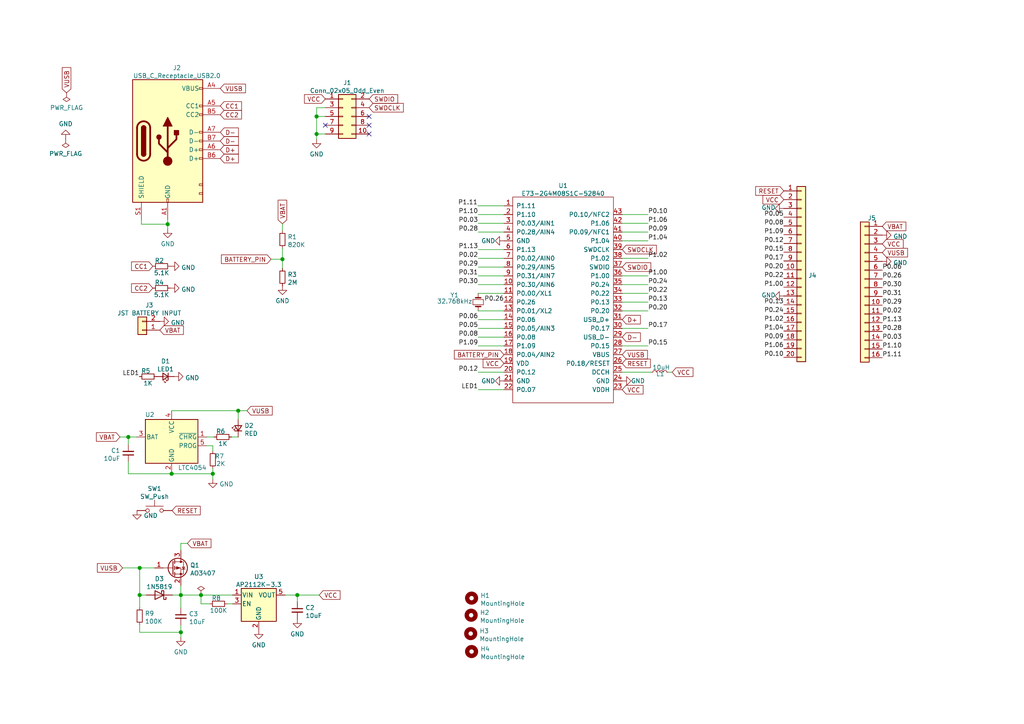
<source format=kicad_sch>
(kicad_sch (version 20210406) (generator eeschema)
  (paper "A4")
  (title_block (title "nRF52840 BBoard") (date "2021-06-04") (rev "v2") (company "ddB0515") (comment 4 "License: MIT License"))
  (lib_symbols
    (symbol "Battery_Management:LTC4054ES5-4.2" (pin_names (offset 0.254))
      (property "Reference" "U" (at -5.842 6.604 0))
      (property "Value" "LTC4054ES5-4.2" (at 1.524 6.604 0))
      (symbol "LTC4054ES5-4.2_0_1"
        (rectangle (start -7.62 5.08) (end 7.62 -7.62) (stroke (width 0.254)) (fill (type background)))
      )
      (symbol "LTC4054ES5-4.2_1_1"
        (pin open_collector line (at -10.16 0 0) (length 2.54) (name "~CHRG") (number "1"))
        (pin power_in line (at 0 -10.16 90) (length 2.54) (name "GND") (number "2"))
        (pin power_out line (at 10.16 0 180) (length 2.54) (name "BAT") (number "3"))
        (pin power_in line (at 0 7.62 270) (length 2.54) (name "VCC") (number "4"))
        (pin bidirectional line (at -10.16 -2.54 0) (length 2.54) (name "PROG") (number "5"))
      )
    )
    (symbol "Connector_Generic:Conn_01x02" (pin_names (offset 1.016) hide)
      (property "Reference" "J" (at 0 2.54 0))
      (property "Value" "Conn_01x02" (at 0 -5.08 0))
      (symbol "Conn_01x02_1_1"
        (rectangle (start -1.27 -2.413) (end 0 -2.667) (stroke (width 0.1524)))
        (rectangle (start -1.27 0.127) (end 0 -0.127) (stroke (width 0.1524)))
        (rectangle (start -1.27 1.27) (end 1.27 -3.81) (stroke (width 0.254)) (fill (type background)))
        (pin passive line (at -5.08 0 0) (length 3.81) (name "Pin_1") (number "1"))
        (pin passive line (at -5.08 -2.54 0) (length 3.81) (name "Pin_2") (number "2"))
      )
    )
    (symbol "Connector_Generic:Conn_01x16" (pin_names (offset 1.016) hide)
      (property "Reference" "J" (at 0 20.32 0))
      (property "Value" "Conn_01x16" (at 0 -22.86 0))
      (symbol "Conn_01x16_1_1"
        (rectangle (start -1.27 -20.193) (end 0 -20.447) (stroke (width 0.1524)))
        (rectangle (start -1.27 -17.653) (end 0 -17.907) (stroke (width 0.1524)))
        (rectangle (start -1.27 -15.113) (end 0 -15.367) (stroke (width 0.1524)))
        (rectangle (start -1.27 -12.573) (end 0 -12.827) (stroke (width 0.1524)))
        (rectangle (start -1.27 -10.033) (end 0 -10.287) (stroke (width 0.1524)))
        (rectangle (start -1.27 -7.493) (end 0 -7.747) (stroke (width 0.1524)))
        (rectangle (start -1.27 -4.953) (end 0 -5.207) (stroke (width 0.1524)))
        (rectangle (start -1.27 -2.413) (end 0 -2.667) (stroke (width 0.1524)))
        (rectangle (start -1.27 0.127) (end 0 -0.127) (stroke (width 0.1524)))
        (rectangle (start -1.27 2.667) (end 0 2.413) (stroke (width 0.1524)))
        (rectangle (start -1.27 5.207) (end 0 4.953) (stroke (width 0.1524)))
        (rectangle (start -1.27 7.747) (end 0 7.493) (stroke (width 0.1524)))
        (rectangle (start -1.27 10.287) (end 0 10.033) (stroke (width 0.1524)))
        (rectangle (start -1.27 12.827) (end 0 12.573) (stroke (width 0.1524)))
        (rectangle (start -1.27 15.367) (end 0 15.113) (stroke (width 0.1524)))
        (rectangle (start -1.27 17.907) (end 0 17.653) (stroke (width 0.1524)))
        (rectangle (start -1.27 19.05) (end 1.27 -21.59) (stroke (width 0.254)) (fill (type background)))
        (pin passive line (at -5.08 17.78 0) (length 3.81) (name "Pin_1") (number "1"))
        (pin passive line (at -5.08 -5.08 0) (length 3.81) (name "Pin_10") (number "10"))
        (pin passive line (at -5.08 -7.62 0) (length 3.81) (name "Pin_11") (number "11"))
        (pin passive line (at -5.08 -10.16 0) (length 3.81) (name "Pin_12") (number "12"))
        (pin passive line (at -5.08 -12.7 0) (length 3.81) (name "Pin_13") (number "13"))
        (pin passive line (at -5.08 -15.24 0) (length 3.81) (name "Pin_14") (number "14"))
        (pin passive line (at -5.08 -17.78 0) (length 3.81) (name "Pin_15") (number "15"))
        (pin passive line (at -5.08 -20.32 0) (length 3.81) (name "Pin_16") (number "16"))
        (pin passive line (at -5.08 15.24 0) (length 3.81) (name "Pin_2") (number "2"))
        (pin passive line (at -5.08 12.7 0) (length 3.81) (name "Pin_3") (number "3"))
        (pin passive line (at -5.08 10.16 0) (length 3.81) (name "Pin_4") (number "4"))
        (pin passive line (at -5.08 7.62 0) (length 3.81) (name "Pin_5") (number "5"))
        (pin passive line (at -5.08 5.08 0) (length 3.81) (name "Pin_6") (number "6"))
        (pin passive line (at -5.08 2.54 0) (length 3.81) (name "Pin_7") (number "7"))
        (pin passive line (at -5.08 0 0) (length 3.81) (name "Pin_8") (number "8"))
        (pin passive line (at -5.08 -2.54 0) (length 3.81) (name "Pin_9") (number "9"))
      )
    )
    (symbol "Connector_Generic:Conn_01x20" (pin_names (offset 1.016) hide)
      (property "Reference" "J" (at 0 25.4 0))
      (property "Value" "Conn_01x20" (at 0 -27.94 0))
      (symbol "Conn_01x20_1_1"
        (rectangle (start -1.27 -25.273) (end 0 -25.527) (stroke (width 0.1524)))
        (rectangle (start -1.27 -22.733) (end 0 -22.987) (stroke (width 0.1524)))
        (rectangle (start -1.27 -20.193) (end 0 -20.447) (stroke (width 0.1524)))
        (rectangle (start -1.27 -17.653) (end 0 -17.907) (stroke (width 0.1524)))
        (rectangle (start -1.27 -15.113) (end 0 -15.367) (stroke (width 0.1524)))
        (rectangle (start -1.27 -12.573) (end 0 -12.827) (stroke (width 0.1524)))
        (rectangle (start -1.27 -10.033) (end 0 -10.287) (stroke (width 0.1524)))
        (rectangle (start -1.27 -7.493) (end 0 -7.747) (stroke (width 0.1524)))
        (rectangle (start -1.27 -4.953) (end 0 -5.207) (stroke (width 0.1524)))
        (rectangle (start -1.27 -2.413) (end 0 -2.667) (stroke (width 0.1524)))
        (rectangle (start -1.27 0.127) (end 0 -0.127) (stroke (width 0.1524)))
        (rectangle (start -1.27 2.667) (end 0 2.413) (stroke (width 0.1524)))
        (rectangle (start -1.27 5.207) (end 0 4.953) (stroke (width 0.1524)))
        (rectangle (start -1.27 7.747) (end 0 7.493) (stroke (width 0.1524)))
        (rectangle (start -1.27 10.287) (end 0 10.033) (stroke (width 0.1524)))
        (rectangle (start -1.27 12.827) (end 0 12.573) (stroke (width 0.1524)))
        (rectangle (start -1.27 15.367) (end 0 15.113) (stroke (width 0.1524)))
        (rectangle (start -1.27 17.907) (end 0 17.653) (stroke (width 0.1524)))
        (rectangle (start -1.27 20.447) (end 0 20.193) (stroke (width 0.1524)))
        (rectangle (start -1.27 22.987) (end 0 22.733) (stroke (width 0.1524)))
        (rectangle (start -1.27 24.13) (end 1.27 -26.67) (stroke (width 0.254)) (fill (type background)))
        (pin passive line (at -5.08 22.86 0) (length 3.81) (name "Pin_1") (number "1"))
        (pin passive line (at -5.08 0 0) (length 3.81) (name "Pin_10") (number "10"))
        (pin passive line (at -5.08 -2.54 0) (length 3.81) (name "Pin_11") (number "11"))
        (pin passive line (at -5.08 -5.08 0) (length 3.81) (name "Pin_12") (number "12"))
        (pin passive line (at -5.08 -7.62 0) (length 3.81) (name "Pin_13") (number "13"))
        (pin passive line (at -5.08 -10.16 0) (length 3.81) (name "Pin_14") (number "14"))
        (pin passive line (at -5.08 -12.7 0) (length 3.81) (name "Pin_15") (number "15"))
        (pin passive line (at -5.08 -15.24 0) (length 3.81) (name "Pin_16") (number "16"))
        (pin passive line (at -5.08 -17.78 0) (length 3.81) (name "Pin_17") (number "17"))
        (pin passive line (at -5.08 -20.32 0) (length 3.81) (name "Pin_18") (number "18"))
        (pin passive line (at -5.08 -22.86 0) (length 3.81) (name "Pin_19") (number "19"))
        (pin passive line (at -5.08 20.32 0) (length 3.81) (name "Pin_2") (number "2"))
        (pin passive line (at -5.08 -25.4 0) (length 3.81) (name "Pin_20") (number "20"))
        (pin passive line (at -5.08 17.78 0) (length 3.81) (name "Pin_3") (number "3"))
        (pin passive line (at -5.08 15.24 0) (length 3.81) (name "Pin_4") (number "4"))
        (pin passive line (at -5.08 12.7 0) (length 3.81) (name "Pin_5") (number "5"))
        (pin passive line (at -5.08 10.16 0) (length 3.81) (name "Pin_6") (number "6"))
        (pin passive line (at -5.08 7.62 0) (length 3.81) (name "Pin_7") (number "7"))
        (pin passive line (at -5.08 5.08 0) (length 3.81) (name "Pin_8") (number "8"))
        (pin passive line (at -5.08 2.54 0) (length 3.81) (name "Pin_9") (number "9"))
      )
    )
    (symbol "Connector_Generic:Conn_02x05_Odd_Even" (pin_names (offset 1.016) hide)
      (property "Reference" "J" (at 1.27 7.62 0))
      (property "Value" "Conn_02x05_Odd_Even" (at 1.27 -7.62 0))
      (symbol "Conn_02x05_Odd_Even_1_1"
        (rectangle (start -1.27 -4.953) (end 0 -5.207) (stroke (width 0.1524)))
        (rectangle (start -1.27 -2.413) (end 0 -2.667) (stroke (width 0.1524)))
        (rectangle (start -1.27 0.127) (end 0 -0.127) (stroke (width 0.1524)))
        (rectangle (start -1.27 2.667) (end 0 2.413) (stroke (width 0.1524)))
        (rectangle (start -1.27 5.207) (end 0 4.953) (stroke (width 0.1524)))
        (rectangle (start 3.81 -4.953) (end 2.54 -5.207) (stroke (width 0.1524)))
        (rectangle (start 3.81 -2.413) (end 2.54 -2.667) (stroke (width 0.1524)))
        (rectangle (start 3.81 0.127) (end 2.54 -0.127) (stroke (width 0.1524)))
        (rectangle (start 3.81 2.667) (end 2.54 2.413) (stroke (width 0.1524)))
        (rectangle (start 3.81 5.207) (end 2.54 4.953) (stroke (width 0.1524)))
        (rectangle (start -1.27 6.35) (end 3.81 -6.35) (stroke (width 0.254)) (fill (type background)))
        (pin passive line (at -5.08 5.08 0) (length 3.81) (name "Pin_1") (number "1"))
        (pin passive line (at 7.62 -5.08 180) (length 3.81) (name "Pin_10") (number "10"))
        (pin passive line (at 7.62 5.08 180) (length 3.81) (name "Pin_2") (number "2"))
        (pin passive line (at -5.08 2.54 0) (length 3.81) (name "Pin_3") (number "3"))
        (pin passive line (at 7.62 2.54 180) (length 3.81) (name "Pin_4") (number "4"))
        (pin passive line (at -5.08 0 0) (length 3.81) (name "Pin_5") (number "5"))
        (pin passive line (at 7.62 0 180) (length 3.81) (name "Pin_6") (number "6"))
        (pin passive line (at -5.08 -2.54 0) (length 3.81) (name "Pin_7") (number "7"))
        (pin passive line (at 7.62 -2.54 180) (length 3.81) (name "Pin_8") (number "8"))
        (pin passive line (at -5.08 -5.08 0) (length 3.81) (name "Pin_9") (number "9"))
      )
    )
    (symbol "Connectors_library:USB_C_Receptacle_USB2.0" (pin_names (offset 1.016))
      (property "Reference" "J" (at -10.16 19.05 0))
      (property "Value" "USB_C_Receptacle_USB2.0" (at 19.05 19.05 0))
      (symbol "USB_C_Receptacle_USB2.0_0_0"
        (rectangle (start -0.254 -17.78) (end 0.254 -16.764))
        (rectangle (start 10.16 -14.986) (end 9.144 -15.494))
        (rectangle (start 10.16 -12.446) (end 9.144 -12.954))
        (rectangle (start 10.16 -4.826) (end 9.144 -5.334))
        (rectangle (start 10.16 -2.286) (end 9.144 -2.794))
        (rectangle (start 10.16 0.254) (end 9.144 -0.254))
        (rectangle (start 10.16 2.794) (end 9.144 2.286))
        (rectangle (start 10.16 7.874) (end 9.144 7.366))
        (rectangle (start 10.16 10.414) (end 9.144 9.906))
        (rectangle (start 10.16 15.494) (end 9.144 14.986))
      )
      (symbol "USB_C_Receptacle_USB2.0_0_1"
        (arc (start -8.89 -3.81) (end -5.08 -3.81) (radius (at -6.985 -3.81) (length 1.905) (angles -179.9 -0.1)) (stroke (width 0.508)))
        (arc (start -7.62 -3.81) (end -6.35 -3.81) (radius (at -6.985 -3.81) (length 0.635) (angles -179.9 -0.1)) (stroke (width 0.254)))
        (arc (start -6.35 3.81) (end -7.62 3.81) (radius (at -6.985 3.81) (length 0.635) (angles 0.1 179.9)) (stroke (width 0.254)))
        (arc (start -5.08 3.81) (end -8.89 3.81) (radius (at -6.985 3.81) (length 1.905) (angles 0.1 179.9)) (stroke (width 0.508)))
        (arc (start -7.62 -3.81) (end -6.35 -3.81) (radius (at -6.985 -3.81) (length 0.635) (angles -179.9 -0.1)) (stroke (width 0.254)) (fill (type outline)))
        (arc (start -6.35 3.81) (end -7.62 3.81) (radius (at -6.985 3.81) (length 0.635) (angles 0.1 179.9)) (stroke (width 0.254)) (fill (type outline)))
        (circle (center -2.54 1.143) (radius 0.635) (stroke (width 0.254)) (fill (type outline)))
        (circle (center 0 -5.842) (radius 1.27) (fill (type outline)))
        (rectangle (start -7.62 -3.81) (end -6.35 3.81) (stroke (width 0.254)) (fill (type outline)))
        (rectangle (start 1.905 1.778) (end 3.175 3.048) (stroke (width 0.254)) (fill (type outline)))
        (rectangle (start -10.16 17.78) (end 10.16 -17.78) (stroke (width 0.254)) (fill (type background)))
        (polyline (pts (xy -8.89 -3.81) (xy -8.89 3.81)) (stroke (width 0.508)))
        (polyline (pts (xy -5.08 3.81) (xy -5.08 -3.81)) (stroke (width 0.508)))
        (polyline (pts (xy 0 -5.842) (xy 0 4.318)) (stroke (width 0.508)))
        (polyline (pts (xy 0 -3.302) (xy -2.54 -0.762) (xy -2.54 0.508)) (stroke (width 0.508)))
        (polyline (pts (xy 0 -2.032) (xy 2.54 0.508) (xy 2.54 1.778)) (stroke (width 0.508)))
        (polyline (pts (xy -1.27 4.318) (xy 0 6.858) (xy 1.27 4.318) (xy -1.27 4.318)) (stroke (width 0.254)) (fill (type outline)))
      )
      (symbol "USB_C_Receptacle_USB2.0_1_1"
        (pin power_in line (at 0 -22.86 90) (length 5.08) (name "GND") (number "A1"))
        (pin power_in line (at 15.24 15.24 180) (length 5.08) (name "VBUS") (number "A4"))
        (pin bidirectional line (at 15.24 10.16 180) (length 5.08) (name "CC1") (number "A5"))
        (pin bidirectional line (at 15.24 -2.54 180) (length 5.08) (name "D+") (number "A6"))
        (pin bidirectional line (at 15.24 2.54 180) (length 5.08) (name "D-") (number "A7"))
        (pin bidirectional line (at 15.24 7.62 180) (length 5.08) (name "CC2") (number "B5"))
        (pin bidirectional line (at 15.24 -5.08 180) (length 5.08) (name "D+") (number "B6"))
        (pin bidirectional line (at 15.24 0 180) (length 5.08) (name "D-") (number "B7"))
        (pin passive line (at -7.62 -22.86 90) (length 5.08) (name "SHIELD") (number "S1"))
      )
    )
    (symbol "Device:C_Small" (pin_numbers hide) (pin_names (offset 0.254) hide)
      (property "Reference" "C" (at 0.254 1.778 0))
      (property "Value" "C_Small" (at 0.254 -2.032 0))
      (symbol "C_Small_0_1"
        (polyline (pts (xy -1.524 -0.508) (xy 1.524 -0.508)) (stroke (width 0.3302)))
        (polyline (pts (xy -1.524 0.508) (xy 1.524 0.508)) (stroke (width 0.3048)))
      )
      (symbol "C_Small_1_1"
        (pin passive line (at 0 2.54 270) (length 2.032) (name "~") (number "1"))
        (pin passive line (at 0 -2.54 90) (length 2.032) (name "~") (number "2"))
      )
    )
    (symbol "Device:Crystal_Small" (pin_numbers hide) (pin_names (offset 1.016) hide)
      (property "Reference" "Y" (at 0 2.54 0))
      (property "Value" "Crystal_Small" (at 0 -2.54 0))
      (symbol "Crystal_Small_0_1"
        (rectangle (start -0.762 -1.524) (end 0.762 1.524))
        (polyline (pts (xy -1.27 -0.762) (xy -1.27 0.762)) (stroke (width 0.381)))
        (polyline (pts (xy 1.27 -0.762) (xy 1.27 0.762)) (stroke (width 0.381)))
      )
      (symbol "Crystal_Small_1_1"
        (pin passive line (at -2.54 0 0) (length 1.27) (name "1") (number "1"))
        (pin passive line (at 2.54 0 180) (length 1.27) (name "2") (number "2"))
      )
    )
    (symbol "Device:D_Schottky" (pin_numbers hide) (pin_names (offset 1.016) hide)
      (property "Reference" "D" (at 0 2.54 0))
      (property "Value" "D_Schottky" (at 0 -2.54 0))
      (symbol "D_Schottky_0_1"
        (polyline (pts (xy 1.27 0) (xy -1.27 0)))
        (polyline (pts (xy 1.27 1.27) (xy 1.27 -1.27) (xy -1.27 0) (xy 1.27 1.27)) (stroke (width 0.254)))
        (polyline (pts (xy -1.905 0.635) (xy -1.905 1.27) (xy -1.27 1.27) (xy -1.27 -1.27) (xy -0.635 -1.27) (xy -0.635 -0.635)) (stroke (width 0.254)))
      )
      (symbol "D_Schottky_1_1"
        (pin passive line (at -3.81 0 0) (length 2.54) (name "K") (number "1"))
        (pin passive line (at 3.81 0 180) (length 2.54) (name "A") (number "2"))
      )
    )
    (symbol "Device:LED_Small" (pin_numbers hide) (pin_names (offset 0.254) hide)
      (property "Reference" "D" (at -1.27 3.175 0))
      (property "Value" "LED_Small" (at -4.445 -2.54 0))
      (symbol "LED_Small_0_1"
        (polyline (pts (xy -0.762 -1.016) (xy -0.762 1.016)) (stroke (width 0.254)))
        (polyline (pts (xy 1.016 0) (xy -0.762 0)))
        (polyline (pts (xy 0.762 -1.016) (xy -0.762 0) (xy 0.762 1.016) (xy 0.762 -1.016)) (stroke (width 0.254)))
        (polyline (pts (xy 0 0.762) (xy -0.508 1.27) (xy -0.254 1.27) (xy -0.508 1.27) (xy -0.508 1.016)))
        (polyline (pts (xy 0.508 1.27) (xy 0 1.778) (xy 0.254 1.778) (xy 0 1.778) (xy 0 1.524)))
      )
      (symbol "LED_Small_1_1"
        (pin passive line (at -2.54 0 0) (length 1.778) (name "K") (number "1"))
        (pin passive line (at 2.54 0 180) (length 1.778) (name "A") (number "2"))
      )
    )
    (symbol "Device:L_Small" (pin_numbers hide) (pin_names (offset 0.254) hide)
      (property "Reference" "L" (at 0.762 1.016 0))
      (property "Value" "L_Small" (at 0.762 -1.016 0))
      (symbol "L_Small_0_1"
        (arc (start 0 -2.032) (end 0 -1.016) (radius (at 0 -1.524) (length 0.508) (angles -89.9 89.9)))
        (arc (start 0 -1.016) (end 0 0) (radius (at 0 -0.508) (length 0.508) (angles -89.9 89.9)))
        (arc (start 0 0) (end 0 1.016) (radius (at 0 0.508) (length 0.508) (angles -89.9 89.9)))
        (arc (start 0 1.016) (end 0 2.032) (radius (at 0 1.524) (length 0.508) (angles -89.9 89.9)))
      )
      (symbol "L_Small_1_1"
        (pin passive line (at 0 2.54 270) (length 0.508) (name "~") (number "1"))
        (pin passive line (at 0 -2.54 90) (length 0.508) (name "~") (number "2"))
      )
    )
    (symbol "Device:R_Small" (pin_numbers hide) (pin_names (offset 0.254) hide)
      (property "Reference" "R" (at 0.762 0.508 0))
      (property "Value" "R_Small" (at 0.762 -1.016 0))
      (symbol "R_Small_0_1"
        (rectangle (start -0.762 1.778) (end 0.762 -1.778) (stroke (width 0.2032)))
      )
      (symbol "R_Small_1_1"
        (pin passive line (at 0 2.54 270) (length 0.762) (name "~") (number "1"))
        (pin passive line (at 0 -2.54 90) (length 0.762) (name "~") (number "2"))
      )
    )
    (symbol "IC_library:E73-2G4M08S1C-52840" (pin_names (offset 1.016))
      (property "Reference" "U" (at 0 29.21 0))
      (property "Value" "E73-2G4M08S1C-52840" (at 0 -27.94 0))
      (symbol "E73-2G4M08S1C-52840_0_1"
        (rectangle (start -15.24 30.48) (end 13.97 -29.21))
      )
      (symbol "E73-2G4M08S1C-52840_1_1"
        (pin input line (at -17.78 27.94 0) (length 2.54) (name "P1.11") (number "1"))
        (pin input line (at -17.78 5.08 0) (length 2.54) (name "P0.30/AIN6") (number "10"))
        (pin input line (at -17.78 2.54 0) (length 2.54) (name "P0.00/XL1") (number "11"))
        (pin input line (at -17.78 0 0) (length 2.54) (name "P0.26") (number "12"))
        (pin input line (at -17.78 -2.54 0) (length 2.54) (name "P0.01/XL2") (number "13"))
        (pin input line (at -17.78 -5.08 0) (length 2.54) (name "P0.06") (number "14"))
        (pin input line (at -17.78 -7.62 0) (length 2.54) (name "P0.05/AIN3") (number "15"))
        (pin input line (at -17.78 -10.16 0) (length 2.54) (name "P0.08") (number "16"))
        (pin input line (at -17.78 -12.7 0) (length 2.54) (name "P1.09") (number "17"))
        (pin input line (at -17.78 -15.24 0) (length 2.54) (name "P0.04/AIN2") (number "18"))
        (pin power_in line (at -17.78 -17.78 0) (length 2.54) (name "VDD") (number "19"))
        (pin input line (at -17.78 25.4 0) (length 2.54) (name "P1.10") (number "2"))
        (pin input line (at -17.78 -20.32 0) (length 2.54) (name "P0.12") (number "20"))
        (pin power_in line (at -17.78 -22.86 0) (length 2.54) (name "GND") (number "21"))
        (pin input line (at -17.78 -25.4 0) (length 2.54) (name "P0.07") (number "22"))
        (pin power_in line (at 16.51 -25.4 180) (length 2.54) (name "VDDH") (number "23"))
        (pin power_in line (at 16.51 -22.86 180) (length 2.54) (name "GND") (number "24"))
        (pin power_out line (at 16.51 -20.32 180) (length 2.54) (name "DCCH") (number "25"))
        (pin input line (at 16.51 -17.78 180) (length 2.54) (name "P0.18/RESET") (number "26"))
        (pin power_in line (at 16.51 -15.24 180) (length 2.54) (name "VBUS") (number "27"))
        (pin input line (at 16.51 -12.7 180) (length 2.54) (name "P0.15") (number "28"))
        (pin input line (at 16.51 -10.16 180) (length 2.54) (name "USB_D-") (number "29"))
        (pin input line (at -17.78 22.86 0) (length 2.54) (name "P0.03/AIN1") (number "3"))
        (pin input line (at 16.51 -7.62 180) (length 2.54) (name "P0.17") (number "30"))
        (pin input line (at 16.51 -5.08 180) (length 2.54) (name "USB_D+") (number "31"))
        (pin input line (at 16.51 -2.54 180) (length 2.54) (name "P0.20") (number "32"))
        (pin input line (at 16.51 0 180) (length 2.54) (name "P0.13") (number "33"))
        (pin input line (at 16.51 2.54 180) (length 2.54) (name "P0.22") (number "34"))
        (pin input line (at 16.51 5.08 180) (length 2.54) (name "P0.24") (number "35"))
        (pin input line (at 16.51 7.62 180) (length 2.54) (name "P1.00") (number "36"))
        (pin input line (at 16.51 10.16 180) (length 2.54) (name "SWDIO") (number "37"))
        (pin input line (at 16.51 12.7 180) (length 2.54) (name "P1.02") (number "38"))
        (pin input line (at 16.51 15.24 180) (length 2.54) (name "SWDCLK") (number "39"))
        (pin input line (at -17.78 20.32 0) (length 2.54) (name "P0.28/AIN4") (number "4"))
        (pin input line (at 16.51 17.78 180) (length 2.54) (name "P1.04") (number "40"))
        (pin input line (at 16.51 20.32 180) (length 2.54) (name "P0.09/NFC1") (number "41"))
        (pin input line (at 16.51 22.86 180) (length 2.54) (name "P1.06") (number "42"))
        (pin input line (at 16.51 25.4 180) (length 2.54) (name "P0.10/NFC2") (number "43"))
        (pin power_in line (at -17.78 17.78 0) (length 2.54) (name "GND") (number "5"))
        (pin input line (at -17.78 15.24 0) (length 2.54) (name "P1.13") (number "6"))
        (pin input line (at -17.78 12.7 0) (length 2.54) (name "P0.02/AIN0") (number "7"))
        (pin input line (at -17.78 10.16 0) (length 2.54) (name "P0.29/AIN5") (number "8"))
        (pin input line (at -17.78 7.62 0) (length 2.54) (name "P0.31/AIN7") (number "9"))
      )
    )
    (symbol "Mechanical:MountingHole" (pin_names (offset 1.016))
      (property "Reference" "H" (at 0 5.08 0))
      (property "Value" "MountingHole" (at 0 3.175 0))
      (symbol "MountingHole_0_1"
        (circle (center 0 0) (radius 1.27) (stroke (width 1.27)))
      )
    )
    (symbol "Regulator_Linear:AP2112K-3.3" (pin_names (offset 0.254))
      (property "Reference" "U" (at -5.08 5.715 0))
      (property "Value" "AP2112K-3.3" (at 0 5.715 0))
      (symbol "AP2112K-3.3_0_1"
        (rectangle (start -5.08 4.445) (end 5.08 -5.08) (stroke (width 0.254)) (fill (type background)))
      )
      (symbol "AP2112K-3.3_1_1"
        (pin power_in line (at -7.62 2.54 0) (length 2.54) (name "VIN") (number "1"))
        (pin power_in line (at 0 -7.62 90) (length 2.54) (name "GND") (number "2"))
        (pin input line (at -7.62 0 0) (length 2.54) (name "EN") (number "3"))
        (pin no_connect line (at 5.08 0 180) (length 2.54) hide (name "NC") (number "4"))
        (pin power_out line (at 7.62 2.54 180) (length 2.54) (name "VOUT") (number "5"))
      )
    )
    (symbol "Switch:SW_Push" (pin_numbers hide) (pin_names (offset 1.016) hide)
      (property "Reference" "SW" (at 1.27 2.54 0))
      (property "Value" "SW_Push" (at 0 -1.524 0))
      (symbol "SW_Push_0_1"
        (circle (center -2.032 0) (radius 0.508))
        (circle (center 2.032 0) (radius 0.508))
        (polyline (pts (xy 0 1.27) (xy 0 3.048)))
        (polyline (pts (xy 2.54 1.27) (xy -2.54 1.27)))
        (pin passive line (at -5.08 0 0) (length 2.54) (name "1") (number "1"))
        (pin passive line (at 5.08 0 180) (length 2.54) (name "2") (number "2"))
      )
    )
    (symbol "Transistor_library:Si2323DS" (pin_names hide)
      (property "Reference" "Q" (at 5.08 1.905 0))
      (property "Value" "Si2323DS" (at 5.08 0 0))
      (symbol "Si2323DS_0_1"
        (circle (center 1.651 0) (radius 2.794) (stroke (width 0.254)))
        (circle (center 2.54 -1.778) (radius 0.254) (fill (type outline)))
        (circle (center 2.54 1.778) (radius 0.254) (fill (type outline)))
        (polyline (pts (xy 0.254 0) (xy -2.54 0)))
        (polyline (pts (xy 0.254 1.905) (xy 0.254 -1.905)) (stroke (width 0.254)))
        (polyline (pts (xy 0.762 -1.27) (xy 0.762 -2.286)) (stroke (width 0.254)))
        (polyline (pts (xy 0.762 0.508) (xy 0.762 -0.508)) (stroke (width 0.254)))
        (polyline (pts (xy 0.762 2.286) (xy 0.762 1.27)) (stroke (width 0.254)))
        (polyline (pts (xy 2.54 2.54) (xy 2.54 1.778)))
        (polyline (pts (xy 2.54 -2.54) (xy 2.54 0) (xy 0.762 0)))
        (polyline (pts (xy 0.762 1.778) (xy 3.302 1.778) (xy 3.302 -1.778) (xy 0.762 -1.778)))
        (polyline (pts (xy 2.794 -0.508) (xy 2.921 -0.381) (xy 3.683 -0.381) (xy 3.81 -0.254)))
        (polyline (pts (xy 3.302 -0.381) (xy 2.921 0.254) (xy 3.683 0.254) (xy 3.302 -0.381)))
        (polyline (pts (xy 2.286 0) (xy 1.27 0.381) (xy 1.27 -0.381) (xy 2.286 0)) (fill (type outline)))
      )
      (symbol "Si2323DS_1_1"
        (pin input line (at -5.08 0 0) (length 2.54) (name "G") (number "1"))
        (pin passive line (at 2.54 -5.08 90) (length 2.54) (name "S") (number "2"))
        (pin passive line (at 2.54 5.08 270) (length 2.54) (name "D") (number "3"))
      )
    )
    (symbol "power:GND" (power) (pin_names (offset 0))
      (property "Value" "GND" (at 0 -3.81 0))
      (symbol "GND_0_1"
        (polyline (pts (xy 0 0) (xy 0 -1.27) (xy 1.27 -1.27) (xy 0 -2.54) (xy -1.27 -1.27) (xy 0 -1.27)))
      )
      (symbol "GND_1_1"
        (pin power_in line (at 0 0 270) (length 0) hide (name "GND") (number "1"))
      )
    )
    (symbol "power:PWR_FLAG" (power) (pin_numbers hide) (pin_names (offset 0) hide)
      (property "Value" "PWR_FLAG" (at 0 3.81 0))
      (symbol "PWR_FLAG_0_0"
        (pin power_out line (at 0 0 90) (length 0) (name "pwr") (number "1"))
      )
      (symbol "PWR_FLAG_0_1"
        (polyline (pts (xy 0 0) (xy 0 1.27) (xy -1.016 1.905) (xy 0 2.54) (xy 1.016 1.905) (xy 0 1.27)))
      )
    )
  )
  (junction (at 37.211 126.746) (diameter 1.016))
  (junction (at 40.513 164.719) (diameter 1.016))
  (junction (at 40.513 172.593) (diameter 1.016))
  (junction (at 48.641 65.024) (diameter 1.016))
  (junction (at 49.784 137.414) (diameter 1.016))
  (junction (at 52.451 172.593) (diameter 1.016))
  (junction (at 52.451 183.388) (diameter 1.016))
  (junction (at 58.293 172.593) (diameter 1.016))
  (junction (at 61.722 137.414) (diameter 1.016))
  (junction (at 69.088 119.126) (diameter 1.016))
  (junction (at 81.915 75.184) (diameter 1.016))
  (junction (at 86.233 172.593) (diameter 1.016))
  (junction (at 91.821 33.782) (diameter 1.016))
  (junction (at 91.821 38.862) (diameter 1.016))
  (no_connect (at 94.361 36.322))
  (no_connect (at 107.061 33.782))
  (no_connect (at 107.061 36.322))
  (no_connect (at 107.061 38.862))
  (wire (pts (xy 34.798 126.746) (xy 37.211 126.746)))
  (wire (pts (xy 35.56 164.719) (xy 40.513 164.719)))
  (wire (pts (xy 37.211 126.746) (xy 37.211 128.905)))
  (wire (pts (xy 37.211 137.414) (xy 37.211 133.985)))
  (wire (pts (xy 39.624 126.746) (xy 37.211 126.746)))
  (wire (pts (xy 40.513 164.719) (xy 44.831 164.719)))
  (wire (pts (xy 40.513 172.593) (xy 40.513 164.719)))
  (wire (pts (xy 40.513 172.593) (xy 40.513 176.149)))
  (wire (pts (xy 40.513 181.229) (xy 40.513 183.388)))
  (wire (pts (xy 40.513 183.388) (xy 52.451 183.388)))
  (wire (pts (xy 41.021 63.754) (xy 41.021 65.024)))
  (wire (pts (xy 41.021 65.024) (xy 48.641 65.024)))
  (wire (pts (xy 42.418 172.593) (xy 40.513 172.593)))
  (wire (pts (xy 48.641 63.754) (xy 48.641 65.024)))
  (wire (pts (xy 48.641 65.024) (xy 48.641 66.421)))
  (wire (pts (xy 49.784 119.126) (xy 69.088 119.126)))
  (wire (pts (xy 49.784 136.906) (xy 49.784 137.414)))
  (wire (pts (xy 49.784 137.414) (xy 37.211 137.414)))
  (wire (pts (xy 49.784 137.414) (xy 61.722 137.414)))
  (wire (pts (xy 50.038 172.593) (xy 52.451 172.593)))
  (wire (pts (xy 52.451 157.607) (xy 52.451 159.639)))
  (wire (pts (xy 52.451 169.799) (xy 52.451 172.593)))
  (wire (pts (xy 52.451 172.593) (xy 52.451 176.276)))
  (wire (pts (xy 52.451 172.593) (xy 58.293 172.593)))
  (wire (pts (xy 52.451 181.356) (xy 52.451 183.388)))
  (wire (pts (xy 52.451 183.388) (xy 52.451 184.785)))
  (wire (pts (xy 54.356 157.607) (xy 52.451 157.607)))
  (wire (pts (xy 58.293 172.593) (xy 67.437 172.593)))
  (wire (pts (xy 58.293 175.133) (xy 58.293 172.593)))
  (wire (pts (xy 59.944 126.746) (xy 62.103 126.746)))
  (wire (pts (xy 59.944 129.286) (xy 61.722 129.286)))
  (wire (pts (xy 60.833 175.133) (xy 58.293 175.133)))
  (wire (pts (xy 61.722 129.286) (xy 61.722 130.81)))
  (wire (pts (xy 61.722 135.89) (xy 61.722 137.414)))
  (wire (pts (xy 61.722 137.414) (xy 61.722 138.938)))
  (wire (pts (xy 65.913 175.133) (xy 67.437 175.133)))
  (wire (pts (xy 67.183 126.746) (xy 69.088 126.746)))
  (wire (pts (xy 69.088 119.126) (xy 69.088 121.666)))
  (wire (pts (xy 69.088 119.126) (xy 71.628 119.126)))
  (wire (pts (xy 78.613 75.184) (xy 81.915 75.184)))
  (wire (pts (xy 81.915 64.897) (xy 81.915 66.929)))
  (wire (pts (xy 81.915 72.009) (xy 81.915 75.184)))
  (wire (pts (xy 81.915 75.184) (xy 81.915 77.851)))
  (wire (pts (xy 82.677 172.593) (xy 86.233 172.593)))
  (wire (pts (xy 86.233 172.593) (xy 86.233 174.498)))
  (wire (pts (xy 86.233 172.593) (xy 92.583 172.593)))
  (wire (pts (xy 91.821 31.242) (xy 91.821 33.782)))
  (wire (pts (xy 91.821 33.782) (xy 91.821 38.862)))
  (wire (pts (xy 91.821 33.782) (xy 94.361 33.782)))
  (wire (pts (xy 91.821 38.862) (xy 91.821 40.386)))
  (wire (pts (xy 91.821 38.862) (xy 94.361 38.862)))
  (wire (pts (xy 94.361 31.242) (xy 91.821 31.242)))
  (wire (pts (xy 138.557 59.69) (xy 146.177 59.69)))
  (wire (pts (xy 138.684 62.23) (xy 146.177 62.23)))
  (wire (pts (xy 138.684 64.77) (xy 146.177 64.77)))
  (wire (pts (xy 138.684 67.31) (xy 146.177 67.31)))
  (wire (pts (xy 138.684 72.39) (xy 146.177 72.39)))
  (wire (pts (xy 138.684 74.93) (xy 146.177 74.93)))
  (wire (pts (xy 138.684 77.47) (xy 146.177 77.47)))
  (wire (pts (xy 138.684 80.01) (xy 146.177 80.01)))
  (wire (pts (xy 138.684 82.55) (xy 146.177 82.55)))
  (wire (pts (xy 138.684 85.09) (xy 146.177 85.09)))
  (wire (pts (xy 138.684 90.17) (xy 146.177 90.17)))
  (wire (pts (xy 138.684 92.71) (xy 146.177 92.71)))
  (wire (pts (xy 138.684 95.25) (xy 146.177 95.25)))
  (wire (pts (xy 138.684 97.79) (xy 146.177 97.79)))
  (wire (pts (xy 138.684 100.33) (xy 146.177 100.33)))
  (wire (pts (xy 138.684 107.95) (xy 146.177 107.95)))
  (wire (pts (xy 138.684 113.03) (xy 146.177 113.03)))
  (wire (pts (xy 180.467 100.33) (xy 187.96 100.33)))
  (wire (pts (xy 180.467 107.95) (xy 188.849 107.95)))
  (wire (pts (xy 187.96 62.23) (xy 180.467 62.23)))
  (wire (pts (xy 187.96 64.77) (xy 180.467 64.77)))
  (wire (pts (xy 187.96 67.31) (xy 180.467 67.31)))
  (wire (pts (xy 187.96 69.85) (xy 180.467 69.85)))
  (wire (pts (xy 187.96 74.93) (xy 180.467 74.93)))
  (wire (pts (xy 187.96 80.01) (xy 180.467 80.01)))
  (wire (pts (xy 187.96 82.55) (xy 180.467 82.55)))
  (wire (pts (xy 187.96 85.09) (xy 180.467 85.09)))
  (wire (pts (xy 187.96 87.63) (xy 180.467 87.63)))
  (wire (pts (xy 187.96 90.17) (xy 180.467 90.17)))
  (wire (pts (xy 187.96 95.25) (xy 180.467 95.25)))
  (wire (pts (xy 193.929 107.95) (xy 194.945 107.95)))
  (label "LED1" (at 40.386 109.22 180))
  (label "P1.11" (at 138.557 59.69 180))
  (label "P1.10" (at 138.684 62.23 180))
  (label "P0.03" (at 138.684 64.77 180))
  (label "P0.28" (at 138.684 67.31 180))
  (label "P1.13" (at 138.684 72.39 180))
  (label "P0.02" (at 138.684 74.93 180))
  (label "P0.29" (at 138.684 77.47 180))
  (label "P0.31" (at 138.684 80.01 180))
  (label "P0.30" (at 138.684 82.55 180))
  (label "P0.06" (at 138.684 92.71 180))
  (label "P0.05" (at 138.684 95.25 180))
  (label "P0.08" (at 138.684 97.79 180))
  (label "P1.09" (at 138.684 100.33 180))
  (label "P0.12" (at 138.684 107.95 180))
  (label "LED1" (at 138.684 113.03 180))
  (label "P0.26" (at 146.177 87.63 180))
  (label "P0.10" (at 187.96 62.23 0))
  (label "P1.06" (at 187.96 64.77 0))
  (label "P0.09" (at 187.96 67.31 0))
  (label "P1.04" (at 187.96 69.85 0))
  (label "P1.02" (at 187.96 74.93 0))
  (label "P1.00" (at 187.96 80.01 0))
  (label "P0.24" (at 187.96 82.55 0))
  (label "P0.22" (at 187.96 85.09 0))
  (label "P0.13" (at 187.96 87.63 0))
  (label "P0.20" (at 187.96 90.17 0))
  (label "P0.17" (at 187.96 95.25 0))
  (label "P0.15" (at 187.96 100.33 0))
  (label "P0.05" (at 227.33 62.992 180))
  (label "P0.08" (at 227.33 65.532 180))
  (label "P1.09" (at 227.33 68.072 180))
  (label "P0.12" (at 227.33 70.612 180))
  (label "P0.15" (at 227.33 73.152 180))
  (label "P0.17" (at 227.33 75.692 180))
  (label "P0.20" (at 227.33 78.232 180))
  (label "P0.22" (at 227.33 80.772 180))
  (label "P1.00" (at 227.33 83.312 180))
  (label "P0.13" (at 227.33 88.392 180))
  (label "P0.24" (at 227.33 90.932 180))
  (label "P1.02" (at 227.33 93.472 180))
  (label "P1.04" (at 227.33 96.012 180))
  (label "P0.09" (at 227.33 98.552 180))
  (label "P1.06" (at 227.33 101.092 180))
  (label "P0.10" (at 227.33 103.632 180))
  (label "P0.06" (at 255.905 78.359 0))
  (label "P0.26" (at 255.905 80.899 0))
  (label "P0.30" (at 255.905 83.439 0))
  (label "P0.31" (at 255.905 85.979 0))
  (label "P0.29" (at 255.905 88.519 0))
  (label "P0.02" (at 255.905 91.059 0))
  (label "P1.13" (at 255.905 93.599 0))
  (label "P0.28" (at 255.905 96.139 0))
  (label "P0.03" (at 255.905 98.679 0))
  (label "P1.10" (at 255.905 101.219 0))
  (label "P1.11" (at 255.905 103.759 0))
  (global_label "VUSB" (shape input) (at 19.304 26.924 90) (property "Intersheet References" "${INTERSHEET_REFS}" (effects hide)))
  (global_label "VBAT" (shape input) (at 34.798 126.746 180) (property "Intersheet References" "${INTERSHEET_REFS}" (effects hide)))
  (global_label "VUSB" (shape input) (at 35.56 164.719 180) (property "Intersheet References" "${INTERSHEET_REFS}" (effects hide)))
  (global_label "CC1" (shape input) (at 44.323 77.216 180) (property "Intersheet References" "${INTERSHEET_REFS}" (effects hide)))
  (global_label "CC2" (shape input) (at 44.323 83.566 180) (property "Intersheet References" "${INTERSHEET_REFS}" (effects hide)))
  (global_label "VBAT" (shape input) (at 46.355 95.758 0) (property "Intersheet References" "${INTERSHEET_REFS}" (effects hide)))
  (global_label "RESET" (shape input) (at 49.911 148.082 0) (property "Intersheet References" "${INTERSHEET_REFS}" (effects hide)))
  (global_label "VBAT" (shape input) (at 54.356 157.607 0) (property "Intersheet References" "${INTERSHEET_REFS}" (effects hide)))
  (global_label "VUSB" (shape input) (at 63.881 25.654 0) (property "Intersheet References" "${INTERSHEET_REFS}" (effects hide)))
  (global_label "CC1" (shape input) (at 63.881 30.734 0) (property "Intersheet References" "${INTERSHEET_REFS}" (effects hide)))
  (global_label "CC2" (shape input) (at 63.881 33.274 0) (property "Intersheet References" "${INTERSHEET_REFS}" (effects hide)))
  (global_label "D-" (shape input) (at 63.881 38.354 0) (property "Intersheet References" "${INTERSHEET_REFS}" (effects hide)))
  (global_label "D-" (shape input) (at 63.881 40.894 0) (property "Intersheet References" "${INTERSHEET_REFS}" (effects hide)))
  (global_label "D+" (shape input) (at 63.881 43.434 0) (property "Intersheet References" "${INTERSHEET_REFS}" (effects hide)))
  (global_label "D+" (shape input) (at 63.881 45.974 0) (property "Intersheet References" "${INTERSHEET_REFS}" (effects hide)))
  (global_label "VUSB" (shape input) (at 71.628 119.126 0) (property "Intersheet References" "${INTERSHEET_REFS}" (effects hide)))
  (global_label "BATTERY_PIN" (shape input) (at 78.613 75.184 180) (property "Intersheet References" "${INTERSHEET_REFS}" (effects hide)))
  (global_label "VBAT" (shape input) (at 81.915 64.897 90) (property "Intersheet References" "${INTERSHEET_REFS}" (effects hide)))
  (global_label "VCC" (shape input) (at 92.583 172.593 0) (property "Intersheet References" "${INTERSHEET_REFS}" (effects hide)))
  (global_label "VCC" (shape input) (at 94.361 28.702 180) (property "Intersheet References" "${INTERSHEET_REFS}" (effects hide)))
  (global_label "SWDIO" (shape input) (at 107.061 28.702 0) (property "Intersheet References" "${INTERSHEET_REFS}" (effects hide)))
  (global_label "SWDCLK" (shape input) (at 107.061 31.242 0) (property "Intersheet References" "${INTERSHEET_REFS}" (effects hide)))
  (global_label "BATTERY_PIN" (shape input) (at 146.177 102.87 180) (property "Intersheet References" "${INTERSHEET_REFS}" (effects hide)))
  (global_label "VCC" (shape input) (at 146.177 105.41 180) (property "Intersheet References" "${INTERSHEET_REFS}" (effects hide)))
  (global_label "SWDCLK" (shape input) (at 180.467 72.39 0) (property "Intersheet References" "${INTERSHEET_REFS}" (effects hide)))
  (global_label "SWDIO" (shape input) (at 180.467 77.47 0) (property "Intersheet References" "${INTERSHEET_REFS}" (effects hide)))
  (global_label "D+" (shape input) (at 180.467 92.71 0) (property "Intersheet References" "${INTERSHEET_REFS}" (effects hide)))
  (global_label "D-" (shape input) (at 180.467 97.79 0) (property "Intersheet References" "${INTERSHEET_REFS}" (effects hide)))
  (global_label "VUSB" (shape input) (at 180.467 102.87 0) (property "Intersheet References" "${INTERSHEET_REFS}" (effects hide)))
  (global_label "RESET" (shape input) (at 180.467 105.41 0) (property "Intersheet References" "${INTERSHEET_REFS}" (effects hide)))
  (global_label "VCC" (shape input) (at 180.467 113.03 0) (property "Intersheet References" "${INTERSHEET_REFS}" (effects hide)))
  (global_label "VCC" (shape input) (at 194.945 107.95 0) (property "Intersheet References" "${INTERSHEET_REFS}" (effects hide)))
  (global_label "RESET" (shape input) (at 227.33 55.372 180) (property "Intersheet References" "${INTERSHEET_REFS}" (effects hide)))
  (global_label "VCC" (shape input) (at 227.33 57.912 180) (property "Intersheet References" "${INTERSHEET_REFS}" (effects hide)))
  (global_label "VBAT" (shape input) (at 255.905 65.659 0) (property "Intersheet References" "${INTERSHEET_REFS}" (effects hide)))
  (global_label "VCC" (shape input) (at 255.905 70.739 0) (property "Intersheet References" "${INTERSHEET_REFS}" (effects hide)))
  (global_label "VUSB" (shape input) (at 255.905 73.279 0) (property "Intersheet References" "${INTERSHEET_REFS}" (effects hide)))
  (symbol (lib_id "Device:L_Small") (at 191.389 107.95 90) (unit 1)
    (property "Reference" "L1" (at 191.516 108.4538 90))
    (property "Value" "10uH" (at 191.77 106.5615 90))
    (property "Footprint" "Inductor_SMD:L_0603_1608Metric_Pad1.05x0.95mm_HandSolder" (effects hide))
  )
  (symbol (lib_id "power:PWR_FLAG") (at 19.05 40.259 180) (unit 1)
    (property "Reference" "#FLG04" (effects hide))
    (property "Value" "PWR_FLAG" (at 19.05 44.5834 0))
  )
  (symbol (lib_id "power:PWR_FLAG") (at 19.304 26.924 180) (unit 1)
    (property "Reference" "#FLG01" (effects hide))
    (property "Value" "PWR_FLAG" (at 19.304 31.2484 0))
  )
  (symbol (lib_id "power:PWR_FLAG") (at 58.293 172.593 0) (unit 1)
    (property "Reference" "#FLG02" (effects hide))
    (property "Value" "PWR_FLAG" (effects hide))
  )
  (symbol (lib_id "power:GND") (at 19.05 40.259 180) (unit 1)
    (property "Reference" "#PWR01" (effects hide))
    (property "Value" "GND" (at 19.05 35.9346 0))
  )
  (symbol (lib_id "power:GND") (at 39.751 148.082 0) (unit 1)
    (property "Reference" "#PWR02" (effects hide))
    (property "Value" "GND" (at 41.6561 149.55 0) (effects (justify left)))
  )
  (symbol (lib_id "power:GND") (at 46.355 93.218 90) (unit 1)
    (property "Reference" "#PWR0106" (effects hide))
    (property "Value" "GND" (at 49.5301 93.6065 90) (effects (justify right)))
  )
  (symbol (lib_id "power:GND") (at 48.641 66.421 0) (unit 1)
    (property "Reference" "#PWR0102" (effects hide))
    (property "Value" "GND" (at 48.641 70.7454 0))
  )
  (symbol (lib_id "power:GND") (at 49.403 77.216 90) (unit 1)
    (property "Reference" "#PWR0103" (effects hide))
    (property "Value" "GND" (at 52.5781 77.6045 90) (effects (justify right)))
  )
  (symbol (lib_id "power:GND") (at 49.403 83.566 90) (unit 1)
    (property "Reference" "#PWR0107" (effects hide))
    (property "Value" "GND" (at 52.5781 83.9545 90) (effects (justify right)))
  )
  (symbol (lib_id "power:GND") (at 50.546 109.22 90) (unit 1)
    (property "Reference" "#PWR0108" (effects hide))
    (property "Value" "GND" (at 53.7211 109.6085 90) (effects (justify right)))
  )
  (symbol (lib_id "power:GND") (at 52.451 184.785 0) (unit 1)
    (property "Reference" "#PWR0112" (effects hide))
    (property "Value" "GND" (at 52.451 189.1094 0))
  )
  (symbol (lib_id "power:GND") (at 61.722 138.938 0) (unit 1)
    (property "Reference" "#PWR0104" (effects hide))
    (property "Value" "GND" (at 63.6271 140.406 0) (effects (justify left)))
  )
  (symbol (lib_id "power:GND") (at 75.057 182.753 0) (unit 1)
    (property "Reference" "#PWR0114" (effects hide))
    (property "Value" "GND" (at 75.057 187.0774 0))
  )
  (symbol (lib_id "power:GND") (at 81.915 82.931 0) (unit 1)
    (property "Reference" "#PWR0105" (effects hide))
    (property "Value" "GND" (at 81.915 87.2554 0))
  )
  (symbol (lib_id "power:GND") (at 86.233 179.578 0) (unit 1)
    (property "Reference" "#PWR0113" (effects hide))
    (property "Value" "GND" (at 86.233 183.9024 0))
  )
  (symbol (lib_id "power:GND") (at 91.821 40.386 0) (unit 1)
    (property "Reference" "#PWR0101" (effects hide))
    (property "Value" "GND" (at 91.821 44.7104 0))
  )
  (symbol (lib_id "power:GND") (at 146.177 69.85 270) (unit 1)
    (property "Reference" "#PWR0111" (effects hide))
    (property "Value" "GND" (at 139.5731 69.8575 90) (effects (justify left)))
  )
  (symbol (lib_id "power:GND") (at 146.177 110.49 270) (unit 1)
    (property "Reference" "#PWR0109" (effects hide))
    (property "Value" "GND" (at 139.5731 110.4975 90) (effects (justify left)))
  )
  (symbol (lib_id "power:GND") (at 180.467 110.49 90) (unit 1)
    (property "Reference" "#PWR0110" (effects hide))
    (property "Value" "GND" (at 187.0709 110.4825 90) (effects (justify left)))
  )
  (symbol (lib_id "power:GND") (at 227.33 60.452 270) (unit 1)
    (property "Reference" "#PWR0115" (effects hide))
    (property "Value" "GND" (at 220.8531 60.2055 90) (effects (justify left)))
  )
  (symbol (lib_id "power:GND") (at 227.33 85.852 270) (unit 1)
    (property "Reference" "#PWR0118" (effects hide))
    (property "Value" "GND" (at 220.8531 85.6055 90) (effects (justify left)))
  )
  (symbol (lib_id "power:GND") (at 255.905 68.199 90) (unit 1)
    (property "Reference" "#PWR0116" (effects hide))
    (property "Value" "GND" (at 259.0801 68.5875 90) (effects (justify right)))
  )
  (symbol (lib_id "power:GND") (at 255.905 75.819 90) (unit 1)
    (property "Reference" "#PWR0117" (effects hide))
    (property "Value" "GND" (at 259.0801 76.2075 90) (effects (justify right)))
  )
  (symbol (lib_id "Device:R_Small") (at 40.513 178.689 0) (unit 1)
    (property "Reference" "R9" (at 42.0117 177.9281 0) (effects (justify left)))
    (property "Value" "100K" (at 42.0117 180.2268 0) (effects (justify left)))
    (property "Footprint" "Resistor_SMD:R_0603_1608Metric" (effects hide))
  )
  (symbol (lib_id "Device:R_Small") (at 42.926 109.22 90) (unit 1)
    (property "Reference" "R5" (at 42.291 107.5902 90))
    (property "Value" "1K" (at 42.926 111.1589 90))
    (property "Footprint" "Resistor_SMD:R_0603_1608Metric" (effects hide))
  )
  (symbol (lib_id "Device:R_Small") (at 46.863 77.216 90) (unit 1)
    (property "Reference" "R2" (at 46.228 75.5862 90))
    (property "Value" "5.1K" (at 46.863 79.1549 90))
    (property "Footprint" "Resistor_SMD:R_0603_1608Metric" (effects hide))
  )
  (symbol (lib_id "Device:R_Small") (at 46.863 83.566 90) (unit 1)
    (property "Reference" "R4" (at 46.228 81.9362 90))
    (property "Value" "5.1K" (at 46.863 85.5049 90))
    (property "Footprint" "Resistor_SMD:R_0603_1608Metric" (effects hide))
  )
  (symbol (lib_id "Device:R_Small") (at 61.722 133.35 180) (unit 1)
    (property "Reference" "R7" (at 63.6482 132.334 0))
    (property "Value" "2K" (at 64.0419 134.493 0))
    (property "Footprint" "Resistor_SMD:R_0603_1608Metric" (effects hide))
  )
  (symbol (lib_id "Device:R_Small") (at 63.373 175.133 90) (unit 1)
    (property "Reference" "R8" (at 62.738 173.5032 90))
    (property "Value" "100K" (at 63.373 177.0719 90))
    (property "Footprint" "Resistor_SMD:R_0603_1608Metric" (effects hide))
  )
  (symbol (lib_id "Device:R_Small") (at 64.643 126.746 90) (unit 1)
    (property "Reference" "R6" (at 64.008 125.1162 90))
    (property "Value" "1K" (at 64.643 128.6849 90))
    (property "Footprint" "Resistor_SMD:R_0603_1608Metric" (effects hide))
  )
  (symbol (lib_id "Device:R_Small") (at 81.915 69.469 0) (unit 1)
    (property "Reference" "R1" (at 83.4137 68.7081 0) (effects (justify left)))
    (property "Value" "820K" (at 83.4137 71.0068 0) (effects (justify left)))
    (property "Footprint" "Resistor_SMD:R_0603_1608Metric" (effects hide))
  )
  (symbol (lib_id "Device:R_Small") (at 81.915 80.391 0) (unit 1)
    (property "Reference" "R3" (at 83.4137 79.6301 0) (effects (justify left)))
    (property "Value" "2M" (at 83.4137 81.9288 0) (effects (justify left)))
    (property "Footprint" "Resistor_SMD:R_0603_1608Metric" (effects hide))
  )
  (symbol (lib_id "Mechanical:MountingHole") (at 136.525 183.769 0) (unit 1)
    (property "Reference" "H3" (at 139.0651 183.0081 0) (effects (justify left)))
    (property "Value" "MountingHole" (at 139.0651 185.3068 0) (effects (justify left)))
    (property "Footprint" "MountingHole:MountingHole_2mm" (effects hide))
  )
  (symbol (lib_id "Mechanical:MountingHole") (at 136.652 178.435 0) (unit 1)
    (property "Reference" "H2" (at 139.1921 177.6741 0) (effects (justify left)))
    (property "Value" "MountingHole" (at 139.1921 179.9728 0) (effects (justify left)))
    (property "Footprint" "MountingHole:MountingHole_2mm" (effects hide))
  )
  (symbol (lib_id "Mechanical:MountingHole") (at 136.779 173.482 270) (unit 1)
    (property "Reference" "H1" (at 139.3191 172.7211 90) (effects (justify left)))
    (property "Value" "MountingHole" (at 139.3191 175.0198 90) (effects (justify left)))
    (property "Footprint" "MountingHole:MountingHole_2mm" (effects hide))
  )
  (symbol (lib_id "Mechanical:MountingHole") (at 136.779 188.976 0) (unit 1)
    (property "Reference" "H4" (at 139.3191 188.2151 0) (effects (justify left)))
    (property "Value" "MountingHole" (at 139.3191 190.5138 0) (effects (justify left)))
    (property "Footprint" "MountingHole:MountingHole_2mm" (effects hide))
  )
  (symbol (lib_id "Device:LED_Small") (at 48.006 109.22 180) (unit 1)
    (property "Reference" "D1" (at 48.006 104.7708 0))
    (property "Value" "LED1" (at 48.006 107.0695 0))
    (property "Footprint" "LED_SMD:LED_0603_1608Metric_Pad1.05x0.95mm_HandSolder" (effects hide))
  )
  (symbol (lib_id "Device:LED_Small") (at 69.088 124.206 90) (unit 1)
    (property "Reference" "D2" (at 70.8661 123.4451 90) (effects (justify right)))
    (property "Value" "RED" (at 70.8661 125.7438 90) (effects (justify right)))
    (property "Footprint" "LED_SMD:LED_0603_1608Metric_Pad1.05x0.95mm_HandSolder" (effects hide))
  )
  (symbol (lib_id "Device:Crystal_Small") (at 138.684 87.63 90) (unit 1)
    (property "Reference" "Y1" (at 130.5561 85.5991 90) (effects (justify right)))
    (property "Value" "32.768kHz" (at 126.7461 87.3898 90) (effects (justify right)))
    (property "Footprint" "Crystal:Crystal_SMD_2012-2Pin_2.0x1.2mm" (effects hide))
  )
  (symbol (lib_id "Device:C_Small") (at 37.211 131.445 0) (mirror x) (unit 1)
    (property "Reference" "C1" (at 34.8869 130.6841 0) (effects (justify right)))
    (property "Value" "10uF" (at 34.8869 132.9828 0) (effects (justify right)))
    (property "Footprint" "Capacitor_SMD:C_0402_1005Metric_Pad0.74x0.62mm_HandSolder" (effects hide))
  )
  (symbol (lib_id "Device:C_Small") (at 52.451 178.816 0) (unit 1)
    (property "Reference" "C3" (at 54.7752 178.0551 0) (effects (justify left)))
    (property "Value" "10uF" (at 54.7752 180.3538 0) (effects (justify left)))
    (property "Footprint" "Capacitor_SMD:C_0402_1005Metric_Pad0.74x0.62mm_HandSolder" (effects hide))
  )
  (symbol (lib_id "Device:C_Small") (at 86.233 177.038 0) (unit 1)
    (property "Reference" "C2" (at 88.5572 176.2771 0) (effects (justify left)))
    (property "Value" "10uF" (at 88.5572 178.5758 0) (effects (justify left)))
    (property "Footprint" "Capacitor_SMD:C_0402_1005Metric_Pad0.74x0.62mm_HandSolder" (effects hide))
  )
  (symbol (lib_id "Device:D_Schottky") (at 46.228 172.593 180) (unit 1)
    (property "Reference" "D3" (at 46.228 167.8898 0))
    (property "Value" "1N5819" (at 46.228 170.1885 0))
    (property "Footprint" "Diode_SMD:D_SOD-323_HandSoldering" (effects hide))
  )
  (symbol (lib_id "Connector_Generic:Conn_01x02") (at 41.275 95.758 180) (unit 1)
    (property "Reference" "J3" (at 43.307 88.5148 0))
    (property "Value" "JST BATTERY INPUT" (at 43.307 90.8135 0))
    (property "Footprint" "Connector_JST:JST_GH_SM02B-GHS-TB_1x02-1MP_P1.25mm_Horizontal" (effects hide))
  )
  (symbol (lib_id "Switch:SW_Push") (at 44.831 148.082 0) (unit 1)
    (property "Reference" "SW1" (at 44.831 141.7278 0))
    (property "Value" "SW_Push" (at 44.831 144.0265 0))
    (property "Footprint" "Connectors:KMR621NG" (effects hide))
  )
  (symbol (lib_id "Transistor_library:Si2323DS") (at 49.911 164.719 0) (unit 1)
    (property "Reference" "Q1" (at 55.1181 163.9581 0) (effects (justify left)))
    (property "Value" "AO3407" (at 55.1181 166.2568 0) (effects (justify left)))
    (property "Footprint" "Package_TO_SOT_SMD:SOT-23" (effects hide))
  )
  (symbol (lib_id "Connector_Generic:Conn_02x05_Odd_Even") (at 99.441 33.782 0) (unit 1)
    (property "Reference" "J1" (at 100.711 23.9988 0))
    (property "Value" "Conn_02x05_Odd_Even" (at 100.711 26.2975 0))
    (property "Footprint" "Connector_PinHeader_1.27mm:PinHeader_2x05_P1.27mm_Vertical_SMD" (effects hide))
  )
  (symbol (lib_id "Regulator_Linear:AP2112K-3.3") (at 75.057 175.133 0) (unit 1)
    (property "Reference" "U3" (at 75.057 167.2548 0))
    (property "Value" "AP2112K-3.3" (at 75.057 169.5535 0))
    (property "Footprint" "Package_TO_SOT_SMD:SOT-23-5" (effects hide))
    (property "Datasheet" "https://www.diodes.com/assets/Datasheets/AP2112.pdf" (effects hide))
  )
  (symbol (lib_id "Connector_Generic:Conn_01x16") (at 250.825 83.439 0) (mirror y) (unit 1)
    (property "Reference" "J5" (at 252.857 63.2546 0))
    (property "Value" "Conn_01x16" (effects hide))
    (property "Footprint" "Connector_PinHeader_2.54mm:PinHeader_1x16_P2.54mm_Vertical" (effects hide))
  )
  (symbol (lib_id "Connector_Generic:Conn_01x20") (at 232.41 78.232 0) (unit 1)
    (property "Reference" "J4" (at 234.4421 79.8905 0) (effects (justify left)))
    (property "Value" "Conn_01x20" (effects hide))
    (property "Footprint" "Connector_PinHeader_2.54mm:PinHeader_1x20_P2.54mm_Vertical" (effects hide))
  )
  (symbol (lib_id "Battery_Management:LTC4054ES5-4.2") (at 49.784 126.746 0) (mirror y) (unit 1)
    (property "Reference" "U2" (at 44.8309 120.2701 0) (effects (justify left)))
    (property "Value" "LTC4054" (at 59.9439 135.6498 0) (effects (justify left)))
    (property "Footprint" "Package_TO_SOT_SMD:TSOT-23-5" (effects hide))
    (property "Datasheet" "https://www.analog.com/media/en/technical-documentation/data-sheets/405442xf.pdf" (effects hide))
  )
  (symbol (lib_id "Connectors_library:USB_C_Receptacle_USB2.0") (at 48.641 40.894 0) (unit 1)
    (property "Reference" "J2" (at 51.308 19.6808 0))
    (property "Value" "USB_C_Receptacle_USB2.0" (at 51.308 21.9795 0))
    (property "Footprint" "Connectors:USB-C_C168688" (effects hide))
  )
  (symbol (lib_id "IC_library:E73-2G4M08S1C-52840") (at 163.957 87.63 0) (unit 1)
    (property "Reference" "U1" (at 163.322 53.8438 0))
    (property "Value" "E73-2G4M08S1C-52840" (at 163.322 56.1425 0))
    (property "Footprint" "IC:E73-2G4M08S1C-52840" (effects hide))
  )
)
</source>
